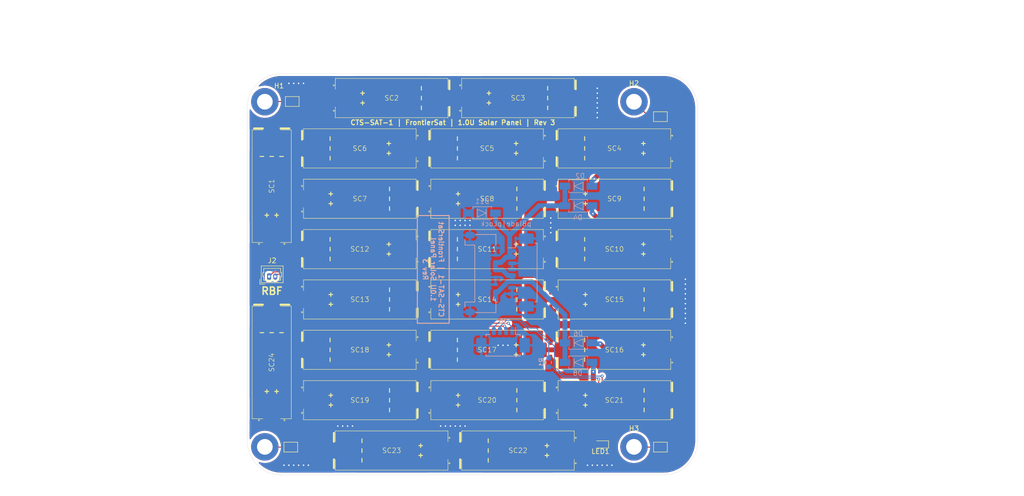
<source format=kicad_pcb>
(kicad_pcb (version 20241229) (generator "pcbnew") (generator_version "9.0")
  (title_block (title "1.0U Solar Panel") (date "2025-05-09") (rev "3") (company "CalgaryToSpace"))
  (layers (0 "F.Cu" signal) (2 "B.Cu" signal) (13 "F.Paste" user) (15 "B.Paste" user) (5 "F.SilkS" user "F.Silkscreen") (7 "B.SilkS" user "B.Silkscreen") (1 "F.Mask" user) (3 "B.Mask" user) (25 "Edge.Cuts" user))
  (net 0 "")
  (net 1 "+VDC")
  (net 2 "GND")
  (net 3 "Net-(SC1-+)")
  (net 4 "Net-(SC1--)")
  (net 5 "Net-(SC4-+)")
  (net 6 "Net-(SC2--)")
  (net 7 "Net-(SC4--)")
  (net 8 "Net-(SC10-+)")
  (net 9 "Net-(SC5--)")
  (net 10 "Net-(SC13-+)")
  (net 11 "Net-(SC16-+)")
  (net 12 "Net-(SC8--)")
  (net 13 "Net-(SC19-+)")
  (net 14 "Net-(SC7--)")
  (net 15 "Net-(SC22-+)")
  (net 16 "Net-(SC10--)")
  (net 17 "Net-(SC11--)")
  (net 18 "Net-(J6-Pin_4)")
  (net 19 "Net-(SC13--)")
  (net 20 "Net-(SC14--)")
  (net 21 "Net-(SC16--)")
  (net 22 "Net-(SC17--)")
  (net 23 "Net-(SC19--)")
  (net 24 "Net-(SC20--)")
  (net 25 "Net-(SC22--)")
  (net 26 "Net-(SC23--)")
  (net 27 "Net-(JP3-A)")
  (net 28 "Net-(JP4-A)")
  (net 29 "Net-(LED1-A)")
  (net 30 "Net-(J2-Pin_2)")
  (net 31 "Net-(J2-Pin_1)")
  (net 32 "Net-(J6-Pin_3)")
  (net 33 "Net-(JP1-A)")
  (net 34 "Net-(JP2-A)")
  (net 35 "Net-(SC12--)")
  (footprint "Solar Panel Library:KXOB25-05X3F" (layer "F.Cu") (at 131.5 121.142857)
    (property "Reference" "SC14" (at 0 0 0) (layer "F.SilkS") (effects (font (thickness 0.1))))
    (property "Value" "KXOB25-05X3F")
    (fp_text user "+ +" (at -6 0 90) (layer "F.SilkS") (effects (font (thickness 0.2) (bold yes))))
    (fp_text user "- - -" (at 6 0 90) (layer "F.SilkS") (effects (font (thickness 0.2) (bold yes))))
    (pad "1" smd roundrect (at -11 0) (size 2.4 3) (layers "F.Cu" "F.Mask" "F.Paste") (roundrect_rratio 0.15) (net 19 "Net-(SC13--)"))
    (pad "1" smd rect (at -9.5 0) (size 3.8 7.8) (layers "F.Cu" "F.Mask" "F.Paste") (net 19 "Net-(SC13--)"))
    (pad "2" smd rect (at 9.5 0) (size 3.8 7.8) (layers "F.Cu" "F.Mask" "F.Paste") (net 20 "Net-(SC14--)"))
    (pad "2" smd roundrect (at 11 0) (size 2.4 3) (layers "F.Cu" "F.Mask" "F.Paste") (roundrect_rratio 0.15) (net 20 "Net-(SC14--)"))
  )
  (footprint "Solar Panel Library:KXOB25-05X3F" (layer "F.Cu") (at 105.5 100.571429)
    (property "Reference" "SC7" (at 0 0 0) (layer "F.SilkS") (effects (font (thickness 0.1))))
    (property "Value" "KXOB25-05X3F")
    (fp_text user "- - -" (at 6 0 90) (layer "F.SilkS") (effects (font (thickness 0.2) (bold yes))))
    (fp_text user "+ +" (at -6 0 90) (layer "F.SilkS") (effects (font (thickness 0.2) (bold yes))))
    (pad "1" smd roundrect (at -11 0) (size 2.4 3) (layers "F.Cu" "F.Mask" "F.Paste") (roundrect_rratio 0.15) (net 35 "Net-(SC12--)"))
    (pad "1" smd rect (at -9.5 0) (size 3.8 7.8) (layers "F.Cu" "F.Mask" "F.Paste") (net 35 "Net-(SC12--)"))
    (pad "2" smd rect (at 9.5 0) (size 3.8 7.8) (layers "F.Cu" "F.Mask" "F.Paste") (net 14 "Net-(SC7--)"))
    (pad "2" smd roundrect (at 11 0) (size 2.4 3) (layers "F.Cu" "F.Mask" "F.Paste") (roundrect_rratio 0.15) (net 14 "Net-(SC7--)"))
  )
  (footprint "Solar Panel Library:KXOB25-05X3F" (layer "F.Cu") (at 131.5 100.571429)
    (property "Reference" "SC8" (at 0 0 0) (layer "F.SilkS") (effects (font (thickness 0.1))))
    (property "Value" "KXOB25-05X3F")
    (fp_text user "- - -" (at 6 0 90) (layer "F.SilkS") (effects (font (thickness 0.2) (bold yes))))
    (fp_text user "+ +" (at -6 0 90) (layer "F.SilkS") (effects (font (thickness 0.2) (bold yes))))
    (pad "1" smd roundrect (at -11 0) (size 2.4 3) (layers "F.Cu" "F.Mask" "F.Paste") (roundrect_rratio 0.15) (net 14 "Net-(SC7--)"))
    (pad "1" smd rect (at -9.5 0) (size 3.8 7.8) (layers "F.Cu" "F.Mask" "F.Paste") (net 14 "Net-(SC7--)"))
    (pad "2" smd rect (at 9.5 0) (size 3.8 7.8) (layers "F.Cu" "F.Mask" "F.Paste") (net 12 "Net-(SC8--)"))
    (pad "2" smd roundrect (at 11 0) (size 2.4 3) (layers "F.Cu" "F.Mask" "F.Paste") (roundrect_rratio 0.15) (net 12 "Net-(SC8--)"))
  )
  (footprint "Solar Panel Library:KXOB25-05X3F" (layer "F.Cu") (at 112 80)
    (property "Reference" "SC2" (at 0 0 0) (layer "F.SilkS") (effects (font (thickness 0.1))))
    (property "Value" "KXOB25-05X3F")
    (fp_text user "- - -" (at 6 0 90) (layer "F.SilkS") (effects (font (thickness 0.2) (bold yes))))
    (fp_text user "+ +" (at -6 0 90) (layer "F.SilkS") (effects (font (thickness 0.2) (bold yes))))
    (pad "1" smd roundrect (at -11 0) (size 2.4 3) (layers "F.Cu" "F.Mask" "F.Paste") (roundrect_rratio 0.15) (net 4 "Net-(SC1--)"))
    (pad "1" smd rect (at -9.5 0) (size 3.8 7.8) (layers "F.Cu" "F.Mask" "F.Paste") (net 4 "Net-(SC1--)"))
    (pad "2" smd rect (at 9.5 0) (size 3.8 7.8) (layers "F.Cu" "F.Mask" "F.Paste") (net 6 "Net-(SC2--)"))
    (pad "2" smd roundrect (at 11 0) (size 2.4 3) (layers "F.Cu" "F.Mask" "F.Paste") (roundrect_rratio 0.15) (net 6 "Net-(SC2--)"))
  )
  (footprint "Solar Panel Library:KXOB25-05X3F" (layer "F.Cu") (at 157.5 110.857143 180)
    (property "Reference" "SC10" (at 0 0 180) (layer "F.SilkS") (effects (font (thickness 0.1))))
    (property "Value" "KXOB25-05X3F")
    (fp_text user "- - -" (at 6 0 270) (layer "F.SilkS") (effects (font (thickness 0.2) (bold yes))))
    (fp_text user "+ +" (at -6 0 270) (layer "F.SilkS") (effects (font (thickness 0.2) (bold yes))))
    (pad "1" smd roundrect (at -11 0 180) (size 2.4 3) (layers "F.Cu" "F.Mask" "F.Paste") (roundrect_rratio 0.15) (net 8 "Net-(SC10-+)"))
    (pad "1" smd rect (at -9.5 0 180) (size 3.8 7.8) (layers "F.Cu" "F.Mask" "F.Paste") (net 8 "Net-(SC10-+)"))
    (pad "2" smd rect (at 9.5 0 180) (size 3.8 7.8) (layers "F.Cu" "F.Mask" "F.Paste") (net 16 "Net-(SC10--)"))
    (pad "2" smd roundrect (at 11 0 180) (size 2.4 3) (layers "F.Cu" "F.Mask" "F.Paste") (roundrect_rratio 0.15) (net 16 "Net-(SC10--)"))
  )
  (footprint "Jumper:SolderJumper-2_P1.3mm_Open_Pad1.0x1.5mm" (layer "F.Cu") (at 166.9 83.8)
    (property "Reference" "JP2" (hide yes))
    (property "Value" "Jumper_2_Open" (hide yes))
    (pad "1" smd rect (at -0.65 0) (size 1 1.5) (layers "F.Cu" "F.Mask") (net 34 "Net-(JP2-A)"))
    (pad "2" smd rect (at 0.65 0) (size 1 1.5) (layers "F.Cu" "F.Mask") (net 2 "GND"))
  )
  (footprint "Solar Panel Library:KXOB25-05X3F" (layer "F.Cu") (at 131.5 141.714286)
    (property "Reference" "SC20" (at 0 0 0) (layer "F.SilkS") (effects (font (thickness 0.1))))
    (property "Value" "KXOB25-05X3F")
    (fp_text user "- - -" (at 6 0 90) (layer "F.SilkS") (effects (font (thickness 0.2) (bold yes))))
    (fp_text user "+ +" (at -6 0 90) (layer "F.SilkS") (effects (font (thickness 0.2) (bold yes))))
    (pad "1" smd roundrect (at -11 0) (size 2.4 3) (layers "F.Cu" "F.Mask" "F.Paste") (roundrect_rratio 0.15) (net 23 "Net-(SC19--)"))
    (pad "1" smd rect (at -9.5 0) (size 3.8 7.8) (layers "F.Cu" "F.Mask" "F.Paste") (net 23 "Net-(SC19--)"))
    (pad "2" smd rect (at 9.5 0) (size 3.8 7.8) (layers "F.Cu" "F.Mask" "F.Paste") (net 24 "Net-(SC20--)"))
    (pad "2" smd roundrect (at 11 0) (size 2.4 3) (layers "F.Cu" "F.Mask" "F.Paste") (roundrect_rratio 0.15) (net 24 "Net-(SC20--)"))
  )
  (footprint "Jumper:SolderJumper-2_P1.3mm_Open_Pad1.0x1.5mm" (layer "F.Cu") (at 166.9 151.3)
    (property "Reference" "JP3" (hide yes))
    (property "Value" "Jumper_2_Open" (hide yes))
    (pad "1" smd rect (at -0.65 0) (size 1 1.5) (layers "F.Cu" "F.Mask") (net 27 "Net-(JP3-A)"))
    (pad "2" smd rect (at 0.65 0) (size 1 1.5) (layers "F.Cu" "F.Mask") (net 2 "GND"))
  )
  (footprint "Solar Panel Library:KXOB25-05X3F" (layer "F.Cu") (at 105.5 131.428571 180)
    (property "Reference" "SC18" (at 0 0 180) (layer "F.SilkS") (effects (font (thickness 0.1))))
    (property "Value" "KXOB25-05X3F")
    (fp_text user "+ +" (at -6 0 270) (layer "F.SilkS") (effects (font (thickness 0.2) (bold yes))))
    (fp_text user "- - -" (at 6 0 270) (layer "F.SilkS") (effects (font (thickness 0.2) (bold yes))))
    (pad "1" smd roundrect (at -11 0 180) (size 2.4 3) (layers "F.Cu" "F.Mask" "F.Paste") (roundrect_rratio 0.15) (net 22 "Net-(SC17--)"))
    (pad "1" smd rect (at -9.5 0 180) (size 3.8 7.8) (layers "F.Cu" "F.Mask" "F.Paste") (net 22 "Net-(SC17--)"))
    (pad "2" smd rect (at 9.5 0 180) (size 3.8 7.8) (layers "F.Cu" "F.Mask" "F.Paste") (net 10 "Net-(SC13-+)"))
    (pad "2" smd roundrect (at 11 0 180) (size 2.4 3) (layers "F.Cu" "F.Mask" "F.Paste") (roundrect_rratio 0.15) (net 10 "Net-(SC13-+)"))
  )
  (footprint "Solar Panel Library:KXOB25-05X3F" (layer "F.Cu") (at 131.5 110.857143 180)
    (property "Reference" "SC11" (at 0 0 180) (layer "F.SilkS") (effects (font (thickness 0.1))))
    (property "Value" "KXOB25-05X3F")
    (fp_text user "+ +" (at -6 0 270) (layer "F.SilkS") (effects (font (thickness 0.2) (bold yes))))
    (fp_text user "- - -" (at 6 0 270) (layer "F.SilkS") (effects (font (thickness 0.2) (bold yes))))
    (pad "1" smd roundrect (at -11 0 180) (size 2.4 3) (layers "F.Cu" "F.Mask" "F.Paste") (roundrect_rratio 0.15) (net 16 "Net-(SC10--)"))
    (pad "1" smd rect (at -9.5 0 180) (size 3.8 7.8) (layers "F.Cu" "F.Mask" "F.Paste") (net 16 "Net-(SC10--)"))
    (pad "2" smd rect (at 9.5 0 180) (size 3.8 7.8) (layers "F.Cu" "F.Mask" "F.Paste") (net 17 "Net-(SC11--)"))
    (pad "2" smd roundrect (at 11 0 180) (size 2.4 3) (layers "F.Cu" "F.Mask" "F.Paste") (roundrect_rratio 0.15) (net 17 "Net-(SC11--)"))
  )
  (footprint "Jumper:SolderJumper-2_P1.3mm_Open_Pad1.0x1.5mm" (layer "F.Cu") (at 91.7 80.7)
    (property "Reference" "JP1" (hide yes))
    (property "Value" "Jumper_2_Open" (hide yes))
    (pad "1" smd rect (at -0.65 0) (size 1 1.5) (layers "F.Cu" "F.Mask") (net 33 "Net-(JP1-A)"))
    (pad "2" smd rect (at 0.65 0) (size 1 1.5) (layers "F.Cu" "F.Mask") (net 2 "GND"))
  )
  (footprint "LED_SMD:LED_0603_1608Metric_Pad1.05x0.95mm_HandSolder" (layer "F.Cu") (at 154.6575 150.75 180)
    (property "Reference" "LED1" (at 0 -1.43 0) (layer "F.SilkS"))
    (property "Value" "LED")
    (pad "1" smd roundrect (at -0.875 0 180) (size 1.05 0.95) (layers "F.Cu" "F.Mask" "F.Paste") (net 18 "Net-(J6-Pin_4)"))
    (pad "2" smd roundrect (at 0.875 0 180) (size 1.05 0.95) (layers "F.Cu" "F.Mask" "F.Paste") (net 29 "Net-(LED1-A)"))
  )
  (footprint "Jumper:SolderJumper-2_P1.3mm_Open_Pad1.0x1.5mm" (layer "F.Cu") (at 91.4 151.3)
    (property "Reference" "JP4" (hide yes))
    (property "Value" "Jumper_2_Open" (hide yes))
    (pad "1" smd rect (at -0.65 0) (size 1 1.5) (layers "F.Cu" "F.Mask") (net 28 "Net-(JP4-A)"))
    (pad "2" smd rect (at 0.65 0) (size 1 1.5) (layers "F.Cu" "F.Mask") (net 2 "GND"))
  )
  (footprint "Solar Panel Library:KXOB25-05X3F" (layer "F.Cu") (at 105.5 110.857143 180)
    (property "Reference" "SC12" (at 0 0 180) (layer "F.SilkS") (effects (font (thickness 0.1))))
    (property "Value" "KXOB25-05X3F")
    (fp_text user "+ +" (at -6 0 270) (layer "F.SilkS") (effects (font (thickness 0.2) (bold yes))))
    (fp_text user "- - -" (at 6 0 270) (layer "F.SilkS") (effects (font (thickness 0.2) (bold yes))))
    (pad "1" smd roundrect (at -11 0 180) (size 2.4 3) (layers "F.Cu" "F.Mask" "F.Paste") (roundrect_rratio 0.15) (net 17 "Net-(SC11--)"))
    (pad "1" smd rect (at -9.5 0 180) (size 3.8 7.8) (layers "F.Cu" "F.Mask" "F.Paste") (net 17 "Net-(SC11--)"))
    (pad "2" smd rect (at 9.5 0 180) (size 3.8 7.8) (layers "F.Cu" "F.Mask" "F.Paste") (net 35 "Net-(SC12--)"))
    (pad "2" smd roundrect (at 11 0 180) (size 2.4 3) (layers "F.Cu" "F.Mask" "F.Paste") (roundrect_rratio 0.15) (net 35 "Net-(SC12--)"))
  )
  (footprint "Solar Panel Library:KXOB25-05X3F" (layer "F.Cu") (at 131.5 90.285714 180)
    (property "Reference" "SC5" (at 0 0 180) (layer "F.SilkS") (effects (font (thickness 0.1))))
    (property "Value" "KXOB25-05X3F")
    (fp_text user "+ +" (at -6 0 270) (layer "F.SilkS") (effects (font (thickness 0.2) (bold yes))))
    (fp_text user "- - -" (at 6 0 270) (layer "F.SilkS") (effects (font (thickness 0.2) (bold yes))))
    (pad "1" smd roundrect (at -11 0 180) (size 2.4 3) (layers "F.Cu" "F.Mask" "F.Paste") (roundrect_rratio 0.15) (net 7 "Net-(SC4--)"))
    (pad "1" smd rect (at -9.5 0 180) (size 3.8 7.8) (layers "F.Cu" "F.Mask" "F.Paste") (net 7 "Net-(SC4--)"))
    (pad "2" smd rect (at 9.5 0 180) (size 3.8 7.8) (layers "F.Cu" "F.Mask" "F.Paste") (net 9 "Net-(SC5--)"))
    (pad "2" smd roundrect (at 11 0 180) (size 2.4 3) (layers "F.Cu" "F.Mask" "F.Paste") (roundrect_rratio 0.15) (net 9 "Net-(SC5--)"))
  )
  (footprint "Solar Panel Library:KXOB25-05X3F" (layer "F.Cu") (at 87.5 98 90)
    (property "Reference" "SC1" (at 0 0 90) (layer "F.SilkS") (effects (font (thickness 0.1))))
    (property "Value" "KXOB25-05X3F")
    (fp_text user "+ +" (at -6 0 180) (layer "F.SilkS") (effects (font (thickness 0.2) (bold yes))))
    (fp_text user "- - -" (at 6 0 180) (layer "F.SilkS") (effects (font (thickness 0.2) (bold yes))))
    (pad "1" smd roundrect (at -11 0 90) (size 2.4 3) (layers "F.Cu" "F.Mask" "F.Paste") (roundrect_rratio 0.15) (net 3 "Net-(SC1-+)"))
    (pad "1" smd rect (at -9.5 0 90) (size 3.8 7.8) (layers "F.Cu" "F.Mask" "F.Paste") (net 3 "Net-(SC1-+)"))
    (pad "2" smd rect (at 9.5 0 90) (size 3.8 7.8) (layers "F.Cu" "F.Mask" "F.Paste") (net 4 "Net-(SC1--)"))
    (pad "2" smd roundrect (at 11 0 90) (size 2.4 3) (layers "F.Cu" "F.Mask" "F.Paste") (roundrect_rratio 0.15) (net 4 "Net-(SC1--)"))
  )
  (footprint "MountingHole:MountingHole_3.2mm_M3_DIN965_Pad" (layer "F.Cu") (at 86.1 151.25)
    (property "Reference" "H4" (hide yes))
    (property "Value" "MountingHole_Pad" (hide yes))
    (pad "1" thru_hole circle (at 0 0) (size 5.6 5.6) (drill 3.2) (layers "*.Cu" "*.Mask") (net 28 "Net-(JP4-A)"))
  )
  (footprint "Solar Panel Library:KXOB25-05X3F" (layer "F.Cu") (at 157.5 121.142857)
    (property "Reference" "SC15" (at 0 0 0) (layer "F.SilkS") (effects (font (thickness 0.1))))
    (property "Value" "KXOB25-05X3F")
    (fp_text user "+ +" (at -6 0 90) (layer "F.SilkS") (effects (font (thickness 0.2) (bold yes))))
    (fp_text user "- - -" (at 6 0 90) (layer "F.SilkS") (effects (font (thickness 0.2) (bold yes))))
    (pad "1" smd roundrect (at -11 0) (size 2.4 3) (layers "F.Cu" "F.Mask" "F.Paste") (roundrect_rratio 0.15) (net 20 "Net-(SC14--)"))
    (pad "1" smd rect (at -9.5 0) (size 3.8 7.8) (layers "F.Cu" "F.Mask" "F.Paste") (net 20 "Net-(SC14--)"))
    (pad "2" smd rect (at 9.5 0) (size 3.8 7.8) (layers "F.Cu" "F.Mask" "F.Paste") (net 2 "GND"))
    (pad "2" smd roundrect (at 11 0) (size 2.4 3) (layers "F.Cu" "F.Mask" "F.Paste") (roundrect_rratio 0.15) (net 2 "GND"))
  )
  (footprint "Solar Panel Library:KXOB25-05X3F" (layer "F.Cu") (at 137.8 80)
    (property "Reference" "SC3" (at 0 0 0) (layer "F.SilkS") (effects (font (thickness 0.1))))
    (property "Value" "KXOB25-05X3F")
    (fp_text user "- - -" (at 6 0 90) (layer "F.SilkS") (effects (font (thickness 0.2) (bold yes))))
    (fp_text user "+ +" (at -6 0 90) (layer "F.SilkS") (effects (font (thickness 0.2) (bold yes))))
    (pad "1" smd roundrect (at -11 0) (size 2.4 3) (layers "F.Cu" "F.Mask" "F.Paste") (roundrect_rratio 0.15) (net 6 "Net-(SC2--)"))
    (pad "1" smd rect (at -9.5 0) (size 3.8 7.8) (layers "F.Cu" "F.Mask" "F.Paste") (net 6 "Net-(SC2--)"))
    (pad "2" smd rect (at 9.5 0) (size 3.8 7.8) (layers "F.Cu" "F.Mask" "F.Paste") (net 2 "GND"))
    (pad "2" smd roundrect (at 11 0) (size 2.4 3) (layers "F.Cu" "F.Mask" "F.Paste") (roundrect_rratio 0.15) (net 2 "GND"))
  )
  (footprint "Solar Panel Library:KXOB25-05X3F" (layer "F.Cu") (at 137.8 152 180)
    (property "Reference" "SC22" (at 0 0 180) (layer "F.SilkS") (effects (font (thickness 0.1))))
    (property "Value" "KXOB25-05X3F")
    (fp_text user "- - -" (at 6 0 270) (layer "F.SilkS") (effects (font (thickness 0.2) (bold yes))))
    (fp_text user "+ +" (at -6 0 270) (layer "F.SilkS") (effects (font (thickness 0.2) (bold yes))))
    (pad "1" smd roundrect (at -11 0 180) (size 2.4 3) (layers "F.Cu" "F.Mask" "F.Paste") (roundrect_rratio 0.15) (net 15 "Net-(SC22-+)"))
    (pad "1" smd rect (at -9.5 0 180) (size 3.8 7.8) (layers "F.Cu" "F.Mask" "F.Paste") (net 15 "Net-(SC22-+)"))
    (pad "2" smd rect (at 9.5 0 180) (size 3.8 7.8) (layers "F.Cu" "F.Mask" "F.Paste") (net 25 "Net-(SC22--)"))
    (pad "2" smd roundrect (at 11 0 180) (size 2.4 3) (layers "F.Cu" "F.Mask" "F.Paste") (roundrect_rratio 0.15) (net 25 "Net-(SC22--)"))
  )
  (footprint "Solar Panel Library:KXOB25-05X3F" (layer "F.Cu") (at 157.5 131.428571 180)
    (property "Reference" "SC16" (at 0 0 180) (layer "F.SilkS") (effects (font (thickness 0.1))))
    (property "Value" "KXOB25-05X3F")
    (fp_text user "- - -" (at 6 0 270) (layer "F.SilkS") (effects (font (thickness 0.2) (bold yes))))
    (fp_text user "+ +" (at -6 0 270) (layer "F.SilkS") (effects (font (thickness 0.2) (bold yes))))
    (pad "1" smd roundrect (at -11 0 180) (size 2.4 3) (layers "F.Cu" "F.Mask" "F.Paste") (roundrect_rratio 0.15) (net 11 "Net-(SC16-+)"))
    (pad "1" smd rect (at -9.5 0 180) (size 3.8 7.8) (layers "F.Cu" "F.Mask" "F.Paste") (net 11 "Net-(SC16-+)"))
    (pad "2" smd rect (at 9.5 0 180) (size 3.8 7.8) (layers "F.Cu" "F.Mask" "F.Paste") (net 21 "Net-(SC16--)"))
    (pad "2" smd roundrect (at 11 0 180) (size 2.4 3) (layers "F.Cu" "F.Mask" "F.Paste") (roundrect_rratio 0.15) (net 21 "Net-(SC16--)"))
  )
  (footprint "Solar Panel Library:KXOB25-05X3F" (layer "F.Cu") (at 105.5 121.142857)
    (property "Reference" "SC13" (at 0 0 0) (layer "F.SilkS") (effects (font (thickness 0.1))))
    (property "Value" "KXOB25-05X3F")
    (fp_text user "- - -" (at 6 0 90) (layer "F.SilkS") (effects (font (thickness 0.2) (bold yes))))
    (fp_text user "+ +" (at -6 0 90) (layer "F.SilkS") (effects (font (thickness 0.2) (bold yes))))
    (pad "1" smd roundrect (at -11 0) (size 2.4 3) (layers "F.Cu" "F.Mask" "F.Paste") (roundrect_rratio 0.15) (net 10 "Net-(SC13-+)"))
    (pad "1" smd rect (at -9.5 0) (size 3.8 7.8) (layers "F.Cu" "F.Mask" "F.Paste") (net 10 "Net-(SC13-+)"))
    (pad "2" smd rect (at 9.5 0) (size 3.8 7.8) (layers "F.Cu" "F.Mask" "F.Paste") (net 19 "Net-(SC13--)"))
    (pad "2" smd roundrect (at 11 0) (size 2.4 3) (layers "F.Cu" "F.Mask" "F.Paste") (roundrect_rratio 0.15) (net 19 "Net-(SC13--)"))
  )
  (footprint "MountingHole:MountingHole_3.2mm_M3_DIN965_Pad" (layer "F.Cu") (at 161.5 151.25)
    (property "Reference" "H3" (at 0 -3.75 0) (layer "F.SilkS"))
    (property "Value" "MountingHole_Pad")
    (pad "1" thru_hole circle (at 0 0) (size 5.6 5.6) (drill 3.2) (layers "*.Cu" "*.Mask") (net 27 "Net-(JP3-A)"))
  )
  (footprint "Solar Panel Library:KXOB25-05X3F" (layer "F.Cu") (at 157.5 100.571429)
    (property "Reference" "SC9" (at 0 0 0) (layer "F.SilkS") (effects (font (thickness 0.1))))
    (property "Value" "KXOB25-05X3F")
    (fp_text user "- - -" (at 6 0 90) (layer "F.SilkS") (effects (font (thickness 0.2) (bold yes))))
    (fp_text user "+ +" (at -6 0 90) (layer "F.SilkS") (effects (font (thickness 0.2) (bold yes))))
    (pad "1" smd roundrect (at -11 0) (size 2.4 3) (layers "F.Cu" "F.Mask" "F.Paste") (roundrect_rratio 0.15) (net 12 "Net-(SC8--)"))
    (pad "1" smd rect (at -9.5 0) (size 3.8 7.8) (layers "F.Cu" "F.Mask" "F.Paste") (net 12 "Net-(SC8--)"))
    (pad "2" smd rect (at 9.5 0) (size 3.8 7.8) (layers "F.Cu" "F.Mask" "F.Paste") (net 2 "GND"))
    (pad "2" smd roundrect (at 11 0) (size 2.4 3) (layers "F.Cu" "F.Mask" "F.Paste") (roundrect_rratio 0.15) (net 2 "GND"))
  )
  (footprint "Solar Panel Library:KXOB25-05X3F" (layer "F.Cu") (at 87.5 134 90)
    (property "Reference" "SC24" (at 0 0 90) (layer "F.SilkS") (effects (font (thickness 0.1))))
    (property "Value" "KXOB25-05X3F")
    (fp_text user "+ +" (at -6 0 180) (layer "F.SilkS") (effects (font (thickness 0.2) (bold yes))))
    (fp_text user "- - -" (at 6 0 180) (layer "F.SilkS") (effects (font (thickness 0.2) (bold yes))))
    (pad "1" smd roundrect (at -11 0 90) (size 2.4 3) (layers "F.Cu" "F.Mask" "F.Paste") (roundrect_rratio 0.15) (net 26 "Net-(SC23--)"))
    (pad "1" smd rect (at -9.5 0 90) (size 3.8 7.8) (layers "F.Cu" "F.Mask" "F.Paste") (net 26 "Net-(SC23--)"))
    (pad "2" smd rect (at 9.5 0 90) (size 3.8 7.8) (layers "F.Cu" "F.Mask" "F.Paste") (net 13 "Net-(SC19-+)"))
    (pad "2" smd roundrect (at 11 0 90) (size 2.4 3) (layers "F.Cu" "F.Mask" "F.Paste") (roundrect_rratio 0.15) (net 13 "Net-(SC19-+)"))
  )
  (footprint "Connector_Molex:Molex_PicoBlade_53047-0210_1x02_P1.25mm_Vertical" (layer "F.Cu") (at 86.975 116.455)
    (property "Reference" "J2" (at 0.62 -3.26 0) (layer "F.SilkS"))
    (property "Value" "PicoBlade_Vertical")
    (pad "1" thru_hole roundrect (at 0 0) (size 0.8 1.3) (drill 0.5) (layers "*.Cu" "*.Mask") (net 31 "Net-(J2-Pin_1)"))
    (pad "2" thru_hole oval (at 1.25 0) (size 0.8 1.3) (drill 0.5) (layers "*.Cu" "*.Mask") (net 30 "Net-(J2-Pin_2)"))
  )
  (footprint "Solar Panel Library:KXOB25-05X3F" (layer "F.Cu") (at 105.5 90.285714 180)
    (property "Reference" "SC6" (at 0 0 180) (layer "F.SilkS") (effects (font (thickness 0.1))))
    (property "Value" "KXOB25-05X3F")
    (fp_text user "- - -" (at 6 0 270) (layer "F.SilkS") (effects (font (thickness 0.2) (bold yes))))
    (fp_text user "+ +" (at -6 0 270) (layer "F.SilkS") (effects (font (thickness 0.2) (bold yes))))
    (pad "1" smd roundrect (at -11 0 180) (size 2.4 3) (layers "F.Cu" "F.Mask" "F.Paste") (roundrect_rratio 0.15) (net 9 "Net-(SC5--)"))
    (pad "1" smd rect (at -9.5 0 180) (size 3.8 7.8) (layers "F.Cu" "F.Mask" "F.Paste") (net 9 "Net-(SC5--)"))
    (pad "2" smd rect (at 9.5 0 180) (size 3.8 7.8) (layers "F.Cu" "F.Mask" "F.Paste") (net 3 "Net-(SC1-+)"))
    (pad "2" smd roundrect (at 11 0 180) (size 2.4 3) (layers "F.Cu" "F.Mask" "F.Paste") (roundrect_rratio 0.15) (net 3 "Net-(SC1-+)"))
  )
  (footprint "Solar Panel Library:KXOB25-05X3F" (layer "F.Cu") (at 105.5 141.714286)
    (property "Reference" "SC19" (at 0 0 0) (layer "F.SilkS") (effects (font (thickness 0.1))))
    (property "Value" "KXOB25-05X3F")
    (fp_text user "+ +" (at -6 0 90) (layer "F.SilkS") (effects (font (thickness 0.2) (bold yes))))
    (fp_text user "- - -" (at 6 0 90) (layer "F.SilkS") (effects (font (thickness 0.2) (bold yes))))
    (pad "1" smd roundrect (at -11 0) (size 2.4 3) (layers "F.Cu" "F.Mask" "F.Paste") (roundrect_rratio 0.15) (net 13 "Net-(SC19-+)"))
    (pad "1" smd rect (at -9.5 0) (size 3.8 7.8) (layers "F.Cu" "F.Mask" "F.Paste") (net 13 "Net-(SC19-+)"))
    (pad "2" smd rect (at 9.5 0) (size 3.8 7.8) (layers "F.Cu" "F.Mask" "F.Paste") (net 23 "Net-(SC19--)"))
    (pad "2" smd roundrect (at 11 0) (size 2.4 3) (layers "F.Cu" "F.Mask" "F.Paste") (roundrect_rratio 0.15) (net 23 "Net-(SC19--)"))
  )
  (footprint "Solar Panel Library:KXOB25-05X3F" (layer "F.Cu") (at 157.5 90.285714 180)
    (property "Reference" "SC4" (at 0 0 180) (layer "F.SilkS") (effects (font (thickness 0.1))))
    (property "Value" "KXOB25-05X3F")
    (fp_text user "- - -" (at 6 0 270) (layer "F.SilkS") (effects (font (thickness 0.2) (bold yes))))
    (fp_text user "+ +" (at -6 0 270) (layer "F.SilkS") (effects (font (thickness 0.2) (bold yes))))
    (pad "1" smd roundrect (at -11 0 180) (size 2.4 3) (layers "F.Cu" "F.Mask" "F.Paste") (roundrect_rratio 0.15) (net 5 "Net-(SC4-+)"))
    (pad "1" smd rect (at -9.5 0 180) (size 3.8 7.8) (layers "F.Cu" "F.Mask" "F.Paste") (net 5 "Net-(SC4-+)"))
    (pad "2" smd rect (at 9.5 0 180) (size 3.8 7.8) (layers "F.Cu" "F.Mask" "F.Paste") (net 7 "Net-(SC4--)"))
    (pad "2" smd roundrect (at 11 0 180) (size 2.4 3) (layers "F.Cu" "F.Mask" "F.Paste") (roundrect_rratio 0.15) (net 7 "Net-(SC4--)"))
  )
  (footprint "MountingHole:MountingHole_3.2mm_M3_DIN965_Pad" (layer "F.Cu") (at 161.5 80.75)
    (property "Reference" "H2" (at 0 -3.75 0) (layer "F.SilkS"))
    (property "Value" "MountingHole_Pad")
    (pad "1" thru_hole circle (at 0 0) (size 5.6 5.6) (drill 3.2) (layers "*.Cu" "*.Mask") (net 34 "Net-(JP2-A)"))
  )
  (footprint "Solar Panel Library:KXOB25-05X3F" (layer "F.Cu") (at 157.5 141.714286)
    (property "Reference" "SC21" (at 0 0 0) (layer "F.SilkS") (effects (font (thickness 0.1))))
    (property "Value" "KXOB25-05X3F")
    (fp_text user "+ +" (at -6 0 90) (layer "F.SilkS") (effects (font (thickness 0.2) (bold yes))))
    (fp_text user "- - -" (at 6 0 90) (layer "F.SilkS") (effects (font (thickness 0.2) (bold yes))))
    (pad "1" smd roundrect (at -11 0) (size 2.4 3) (layers "F.Cu" "F.Mask" "F.Paste") (roundrect_rratio 0.15) (net 24 "Net-(SC20--)"))
    (pad "1" smd rect (at -9.5 0) (size 3.8 7.8) (layers "F.Cu" "F.Mask" "F.Paste") (net 24 "Net-(SC20--)"))
    (pad "2" smd rect (at 9.5 0) (size 3.8 7.8) (layers "F.Cu" "F.Mask" "F.Paste") (net 2 "GND"))
    (pad "2" smd roundrect (at 11 0) (size 2.4 3) (layers "F.Cu" "F.Mask" "F.Paste") (roundrect_rratio 0.15) (net 2 "GND"))
  )
  (footprint "Solar Panel Library:KXOB25-05X3F" (layer "F.Cu") (at 112 152 180)
    (property "Reference" "SC23" (at 0 0 180) (layer "F.SilkS") (effects (font (thickness 0.1))))
    (property "Value" "KXOB25-05X3F")
    (fp_text user "- - -" (at 6 0 270) (layer "F.SilkS") (effects (font (thickness 0.2) (bold yes))))
    (fp_text user "+ +" (at -6 0 270) (layer "F.SilkS") (effects (font (thickness 0.2) (bold yes))))
    (pad "1" smd roundrect (at -11 0 180) (size 2.4 3) (layers "F.Cu" "F.Mask" "F.Paste") (roundrect_rratio 0.15) (net 25 "Net-(SC22--)"))
    (pad "1" smd rect (at -9.5 0 180) (size 3.8 7.8) (layers "F.Cu" "F.Mask" "F.Paste") (net 25 "Net-(SC22--)"))
    (pad "2" smd rect (at 9.5 0 180) (size 3.8 7.8) (layers "F.Cu" "F.Mask" "F.Paste") (net 26 "Net-(SC23--)"))
    (pad "2" smd roundrect (at 11 0 180) (size 2.4 3) (layers "F.Cu" "F.Mask" "F.Paste") (roundrect_rratio 0.15) (net 26 "Net-(SC23--)"))
  )
  (footprint "Solar Panel Library:KXOB25-05X3F" (layer "F.Cu") (at 131.5 131.428571 180)
    (property "Reference" "SC17" (at 0 0 180) (layer "F.SilkS") (effects (font (thickness 0.1))))
    (property "Value" "KXOB25-05X3F")
    (fp_text user "+ +" (at -6 0 270) (layer "F.SilkS") (effects (font (thickness 0.2) (bold yes))))
    (fp_text user "- - -" (at 6 0 270) (layer "F.SilkS") (effects (font (thickness 0.2) (bold yes))))
    (pad "1" smd roundrect (at -11 0 180) (size 2.4 3) (layers "F.Cu" "F.Mask" "F.Paste") (roundrect_rratio 0.15) (net 21 "Net-(SC16--)"))
    (pad "1" smd rect (at -9.5 0 180) (size 3.8 7.8) (layers "F.Cu" "F.Mask" "F.Paste") (net 21 "Net-(SC16--)"))
    (pad "2" smd rect (at 9.5 0 180) (size 3.8 7.8) (layers "F.Cu" "F.Mask" "F.Paste") (net 22 "Net-(SC17--)"))
    (pad "2" smd roundrect (at 11 0 180) (size 2.4 3) (layers "F.Cu" "F.Mask" "F.Paste") (roundrect_rratio 0.15) (net 22 "Net-(SC17--)"))
  )
  (footprint "MountingHole:MountingHole_3.2mm_M3_DIN965_Pad" (layer "F.Cu") (at 86.1 80.75)
    (property "Reference" "H1" (at 2.9 -3.25 0) (layer "F.SilkS"))
    (property "Value" "MountingHole_Pad")
    (pad "1" thru_hole circle (at 0 0) (size 5.6 5.6) (drill 3.2) (layers "*.Cu" "*.Mask") (net 33 "Net-(JP1-A)"))
  )
  (footprint "Connector_Molex:Molex_PicoBlade_53261-0471_1x04-1MP_P1.25mm_Horizontal" (layer "B.Cu") (at 134.75 130 180)
    (property "Reference" "J6" (at 0 4.4 0) (layer "B.SilkS") (effects (justify mirror)))
    (property "Value" "PicoBlade")
    (pad "1" smd roundrect (at -1.875 2.4 180) (size 0.8 1.6) (layers "B.Cu" "B.Mask" "B.Paste") (net 31 "Net-(J2-Pin_1)"))
    (pad "2" smd roundrect (at -0.625 2.4 180) (size 0.8 1.6) (layers "B.Cu" "B.Mask" "B.Paste") (net 30 "Net-(J2-Pin_2)"))
    (pad "3" smd roundrect (at 0.625 2.4 180) (size 0.8 1.6) (layers "B.Cu" "B.Mask" "B.Paste") (net 32 "Net-(J6-Pin_3)"))
    (pad "4" smd roundrect (at 1.875 2.4 180) (size 0.8 1.6) (layers "B.Cu" "B.Mask" "B.Paste") (net 18 "Net-(J6-Pin_4)"))
    (pad "MP" smd roundrect (at -4.425 -0.5 180) (size 2.1 3) (layers "B.Cu" "B.Mask" "B.Paste") (roundrect_rratio 0.119048) (net 2 "GND"))
    (pad "MP" smd roundrect (at 4.425 -0.5 180) (size 2.1 3) (layers "B.Cu" "B.Mask" "B.Paste") (roundrect_rratio 0.119048) (net 2 "GND"))
  )
  (footprint "Connector_Molex:Molex_Pico-Lock_504050-0891_1x08-1MP_P1.50mm_Horizontal" (layer "B.Cu") (at 130.405 115.85 90)
    (property "Reference" "J5" (hide yes))
    (property "Value" "Conn_01x08_MountingPin")
    (pad "1" smd roundrect (at -5.25 2.795 90) (size 0.6 1) (layers "B.Cu" "B.Mask" "B.Paste") (net 1 "+VDC"))
    (pad "2" smd roundrect (at -3.75 2.795 90) (size 0.6 1) (layers "B.Cu" "B.Mask" "B.Paste") (net 1 "+VDC"))
    (pad "3" smd roundrect (at -2.25 2.795 90) (size 0.6 1) (layers "B.Cu" "B.Mask" "B.Paste") (net 2 "GND"))
    (pad "4" smd roundrect (at -0.75 2.795 90) (size 0.6 1) (layers "B.Cu" "B.Mask" "B.Paste") (net 2 "GND"))
    (pad "5" smd roundrect (at 0.75 2.795 90) (size 0.6 1) (layers "B.Cu" "B.Mask" "B.Paste") (net 1 "+VDC"))
    (pad "6" smd roundrect (at 2.25 2.795 90) (size 0.6 1) (layers "B.Cu" "B.Mask" "B.Paste") (net 1 "+VDC"))
    (pad "7" smd roundrect (at 3.75 2.795 90) (size 0.6 1) (layers "B.Cu" "B.Mask" "B.Paste") (net 2 "GND"))
    (pad "8" smd roundrect (at 5.25 2.795 90) (size 0.6 1) (layers "B.Cu" "B.Mask" "B.Paste") (net 2 "GND"))
    (pad "MP" smd roundrect (at -7.855 -2.395 90) (size 1.25 1.8) (layers "B.Cu" "B.Mask" "B.Paste") (roundrect_rratio 0.2) (net 2 "GND"))
    (pad "MP" smd roundrect (at 7.855 -2.395 90) (size 1.25 1.8) (layers "B.Cu" "B.Mask" "B.Paste") (roundrect_rratio 0.2) (net 2 "GND"))
  )
  (footprint "Solar Panel Library:PMEG10020AELPX" (layer "B.Cu") (at 130.5 103.5 180)
    (property "Reference" "D11" (at 0 3 180) (layer "B.SilkS") (effects (font (thickness 0.1)) (justify top mirror)))
    (property "Value" "PMEG3010EP")
    (pad "1" smd rect (at -2.7 0 90) (size 1.443 2.2) (layers "B.Cu" "B.Mask" "B.Paste") (net 1 "+VDC"))
    (pad "2" smd rect (at 2.8 0 90) (size 1.443 2.2) (layers "B.Cu" "B.Mask" "B.Paste") (net 2 "GND"))
  )
  (footprint "Solar Panel Library:PMEG10020AELPX" (layer "B.Cu") (at 150.1 102)
    (property "Reference" "D4" (at -0.1 3 0) (layer "B.SilkS") (effects (font (thickness 0.1)) (justify bottom mirror)))
    (property "Value" "PMEG3010EP")
    (pad "1" smd rect (at -2.7 0 270) (size 1.443 2.2) (layers "B.Cu" "B.Mask" "B.Paste") (net 1 "+VDC"))
    (pad "2" smd rect (at 2.8 0 270) (size 1.443 2.2) (layers "B.Cu" "B.Mask" "B.Paste") (net 8 "Net-(SC10-+)"))
  )
  (footprint "Connector_Molex:Molex_PicoBlade_53261-0871_1x08-1MP_P1.25mm_Horizontal" (layer "B.Cu") (at 139 115.625 -90)
    (property "Reference" "J1" (hide yes))
    (property "Value" "Conn_01x08_MountingPin")
    (pad "1" smd roundrect (at -4.375 2.4 270) (size 0.8 1.6) (layers "B.Cu" "B.Mask" "B.Paste") (net 1 "+VDC"))
    (pad "2" smd roundrect (at -3.125 2.4 270) (size 0.8 1.6) (layers "B.Cu" "B.Mask" "B.Paste") (net 1 "+VDC"))
    (pad "3" smd roundrect (at -1.875 2.4 270) (size 0.8 1.6) (layers "B.Cu" "B.Mask" "B.Paste") (net 2 "GND"))
    (pad "4" smd roundrect (at -0.625 2.4 270) (size 0.8 1.6) (layers "B.Cu" "B.Mask" "B.Paste") (net 2 "GND"))
    (pad "5" smd roundrect (at 0.625 2.4 270) (size 0.8 1.6) (layers "B.Cu" "B.Mask" "B.Paste") (net 1 "+VDC"))
    (pad "6" smd roundrect (at 1.875 2.4 270) (size 0.8 1.6) (layers "B.Cu" "B.Mask" "B.Paste") (net 1 "+VDC"))
    (pad "7" smd roundrect (at 3.125 2.4 270) (size 0.8 1.6) (layers "B.Cu" "B.Mask" "B.Paste") (net 2 "GND"))
    (pad "8" smd roundrect (at 4.375 2.4 270) (size 0.8 1.6) (layers "B.Cu" "B.Mask" "B.Paste") (net 2 "GND"))
    (pad "MP" smd roundrect (at -6.925 -0.5 270) (size 2.1 3) (layers "B.Cu" "B.Mask" "B.Paste") (roundrect_rratio 0.119048) (net 2 "GND"))
    (pad "MP" smd roundrect (at 6.925 -0.5 270) (size 2.1 3) (layers "B.Cu" "B.Mask" "B.Paste") (roundrect_rratio 0.119048) (net 2 "GND"))
  )
  (footprint "Resistor_SMD:R_0603_1608Metric_Pad0.98x0.95mm_HandSolder" (layer "B.Cu") (at 144.0875 134 -90)
    (property "Reference" "R1" (at 0 1.43 90) (layer "B.SilkS") (effects (justify mirror)))
    (property "Value" "5k1")
    (pad "1" smd roundrect (at -0.9125 0 270) (size 0.975 0.95) (layers "B.Cu" "B.Mask" "B.Paste") (net 32 "Net-(J6-Pin_3)"))
    (pad "2" smd roundrect (at 0.9125 0 270) (size 0.975 0.95) (layers "B.Cu" "B.Mask" "B.Paste") (net 29 "Net-(LED1-A)"))
  )
  (footprint "Solar Panel Library:PMEG10020AELPX" (layer "B.Cu") (at 150.1 134)
    (property "Reference" "D8" (at -0.1 2.75 0) (layer "B.SilkS") (effects (font (thickness 0.1)) (justify bottom mirror)))
    (property "Value" "PMEG3010EP")
    (pad "1" smd rect (at -2.7 0 270) (size 1.443 2.2) (layers "B.Cu" "B.Mask" "B.Paste") (net 1 "+VDC"))
    (pad "2" smd rect (at 2.8 0 270) (size 1.443 2.2) (layers "B.Cu" "B.Mask" "B.Paste") (net 15 "Net-(SC22-+)"))
  )
  (footprint "Solar Panel Library:PMEG10020AELPX" (layer "B.Cu") (at 150.1 98)
    (property "Reference" "D2" (at 0.4 -1.5 0) (layer "B.SilkS") (effects (font (thickness 0.1)) (justify bottom mirror)))
    (property "Value" "PMEG3010EP")
    (pad "1" smd rect (at -2.7 0 270) (size 1.443 2.2) (layers "B.Cu" "B.Mask" "B.Paste") (net 1 "+VDC"))
    (pad "2" smd rect (at 2.8 0 270) (size 1.443 2.2) (layers "B.Cu" "B.Mask" "B.Paste") (net 5 "Net-(SC4-+)"))
  )
  (footprint "Solar Panel Library:PMEG10020AELPX" (layer "B.Cu") (at 150.1 130)
    (property "Reference" "D6" (at 0 -1.3 0) (layer "B.SilkS") (effects (font (thickness 0.1)) (justify bottom mirror)))
    (property "Value" "PMEG3010EP")
    (pad "1" smd rect (at -2.7 0 270) (size 1.443 2.2) (layers "B.Cu" "B.Mask" "B.Paste") (net 1 "+VDC"))
    (pad "2" smd rect (at 2.8 0 270) (size 1.443 2.2) (layers "B.Cu" "B.Mask" "B.Paste") (net 11 "Net-(SC16-+)"))
  )
  (gr_rect (start 117.25 104) (end 123.75 126) (stroke (width 0.2)) (fill no) (layer "B.SilkS"))
  (gr_line (start 82.5 82) (end 82.5 150) (stroke (width 0.05)) (layer "Edge.Cuts"))
  (gr_arc (start 89.5 157) (mid 84.550253 154.949747) (end 82.5 150) (stroke (width 0.05)) (layer "Edge.Cuts"))
  (gr_arc (start 167.5 75) (mid 172.449747 77.050253) (end 174.5 82) (stroke (width 0.05)) (layer "Edge.Cuts"))
  (gr_line (start 89.5 157) (end 167.5 157) (stroke (width 0.05)) (layer "Edge.Cuts"))
  (gr_line (start 89.5 75) (end 167.5 75) (stroke (width 0.05)) (layer "Edge.Cuts"))
  (gr_arc (start 82.5 82) (mid 84.550253 77.050253) (end 89.5 75) (stroke (width 0.05)) (layer "Edge.Cuts"))
  (gr_arc (start 174.5 150) (mid 172.449747 154.949747) (end 167.5 157) (stroke (width 0.05)) (layer "Edge.Cuts"))
  (gr_line (start 174.5 82) (end 174.5 150) (stroke (width 0.05)) (layer "Edge.Cuts"))
  (gr_text "CTS-SAT-1 | FrontierSat | 1.0U Solar Panel | Rev 3" (at 124.5 85 0) (layer "F.SilkS") (effects (font (size 1 1) (thickness 0.2) (bold yes))))
  (gr_text "RBF" (at 85.2 120.3 0) (layer "F.SilkS") (effects (font (size 1.5 1.5) (thickness 0.3) (bold yes)) (justify left bottom)))
  (gr_text "CTS-SAT-1 | FrontierSat\n1.0U Solar Panel\nRev 3" (at 120.5 115 -90) (layer "B.SilkS") (effects (font (size 1 1) (thickness 0.2) (bold yes)) (justify mirror)))
  (gr_text "pBlade|pLock" (at 140.6 106.25 0) (layer "B.SilkS") (effects (font (size 1 1) (thickness 0.1)) (justify left bottom mirror)))
  (segment (start 142.1 102) (end 147.4 102) (width 1) (layer "B.Cu") (net 1))
  (segment (start 147.4 134) (end 147.4 130) (width 1) (layer "B.Cu") (net 1))
  (segment (start 134.620252 115.1) (end 135.770252 116.25) (width 1) (layer "B.Cu") (net 1))
  (segment (start 133.2 121.1) (end 133.2 119.6) (width 1) (layer "B.Cu") (net 1))
  (segment (start 140.6 117.5) (end 147.4 124.3) (width 1) (layer "B.Cu") (net 1))
  (segment (start 135.770252 117.5) (end 136.6 117.5) (width 1) (layer "B.Cu") (net 1))
  (segment (start 135.770252 116.25) (end 136.6 116.25) (width 1) (layer "B.Cu") (net 1))
  (segment (start 136.6 117.5) (end 136.6 116.25) (width 1) (layer "B.Cu") (net 1))
  (segment (start 136.6 117.5) (end 140.6 117.5) (width 1) (layer "B.Cu") (net 1))
  (segment (start 136.1 112) (end 136.6 112.5) (width 1) (layer "B.Cu") (net 1))
  (segment (start 147.4 98) (end 147.4 102) (width 1) (layer "B.Cu") (net 1))
  (segment (start 136.1 108) (end 136.1 112) (width 1) (layer "B.Cu") (net 1))
  (segment (start 133.2 115.1) (end 133.2 113.6) (width 1) (layer "B.Cu") (net 1))
  (segment (start 133.2 103.5) (end 133.2 105.1) (width 1) (layer "B.Cu") (net 1))
  (segment (start 133.2 113.6) (end 134.3 113.6) (width 1) (layer "B.Cu") (net 1))
  (segment (start 135.4 112.5) (end 136.6 112.5) (width 1) (layer "B.Cu") (net 1))
  (segment (start 136.1 108) (end 142.1 102) (width 1) (layer "B.Cu") (net 1))
  (segment (start 133.670252 119.6) (end 135.770252 117.5) (width 1) (layer "B.Cu") (net 1))
  (segment (start 133.2 115.1) (end 134.620252 115.1) (width 1) (layer "B.Cu") (net 1))
  (segment (start 133.2 119.6) (end 133.670252 119.6) (width 1) (layer "B.Cu") (net 1))
  (segment (start 133.2 105.1) (end 136.1 108) (width 1) (layer "B.Cu") (net 1))
  (segment (start 134.3 113.6) (end 135.4 112.5) (width 1) (layer "B.Cu") (net 1))
  (segment (start 147.4 124.3) (end 147.4 130) (width 1) (layer "B.Cu") (net 1))
  (via (at 92 77) (size 0.6) (drill 0.3) (layers "F.Cu" "B.Cu") (net 2))
  (via (at 144.5 104.5) (size 0.6) (drill 0.3) (layers "F.Cu" "B.Cu") (net 2))
  (via (at 135.75 130.5) (size 0.6) (drill 0.3) (layers "F.Cu" "B.Cu") (net 2))
  (via (at 172 125) (size 0.6) (drill 0.3) (layers "F.Cu" "B.Cu") (net 2))
  (via (at 92 155) (size 0.6) (drill 0.3) (layers "F.Cu" "B.Cu") (net 2))
  (via (at 91 77) (size 0.6) (drill 0.3) (layers "F.Cu" "B.Cu") (net 2))
  (via (at 126 105) (size 0.6) (drill 0.3) (layers "F.Cu" "B.Cu") (net 2))
  (via (at 125 105) (size 0.6) (drill 0.3) (layers "F.Cu" "B.Cu") (net 2))
  (via (at 93 77) (size 0.6) (drill 0.3) (layers "F.Cu" "B.Cu") (net 2))
  (via (at 144.5 105.5) (size 0.6) (drill 0.3) (layers "F.Cu" "B.Cu") (net 2))
  (via (at 93 155) (size 0.6) (drill 0.3) (layers "F.Cu" "B.Cu") (net 2))
  (via (at 125 147) (size 0.6) (drill 0.3) (layers "F.Cu" "B.Cu") (net 2))
  (via (at 172 120) (size 0.6) (drill 0.3) (layers "F.Cu" "B.Cu") (net 2))
  (via (at 154 80) (size 0.6) (drill 0.3) (layers "F.Cu" "B.Cu") (net 2))
  (via (at 155 155) (size 0.6) (drill 0.3) (layers "F.Cu" "B.Cu") (net 2))
  (via (at 152 155) (size 0.6) (drill 0.3) (layers "F.Cu" "B.Cu") (net 2))
  (via (at 126 147) (size 0.6) (drill 0.3) (layers "F.Cu" "B.Cu") (net 2))
  (via (at 172 122) (size 0.6) (drill 0.3) (layers "F.Cu" "B.Cu") (net 2))
  (via (at 101 147) (size 0.6) (drill 0.3) (layers "F.Cu" "B.Cu") (net 2))
  (via (at 157 155) (size 0.6) (drill 0.3) (layers "F.Cu" "B.Cu") (net 2))
  (via (at 122 147) (size 0.6) (drill 0.3) (layers "F.Cu" "B.Cu") (net 2))
  (via (at 94 155) (size 0.6) (drill 0.3) (layers "F.Cu" "B.Cu") (net 2))
  (via (at 133.75 130.5) (size 0.6) (drill 0.3) (layers "F.Cu" "B.Cu") (net 2))
  (via (at 127 106) (size 0.6) (drill 0.3) (layers "F.Cu" "B.Cu") (net 2))
  (via (at 172 123) (size 0.6) (drill 0.3) (layers "F.Cu" "B.Cu") (net 2))
  (via (at 128 105) (size 0.6) (drill 0.3) (layers "F.Cu" "B.Cu") (net 2))
  (via (at 144.5 106.5) (size 0.6) (drill 0.3) (layers "F.Cu" "B.Cu") (net 2))
  (via (at 154 79) (size 0.6) (drill 0.3) (layers "F.Cu" "B.Cu") (net 2))
  (via (at 123 147) (size 0.6) (drill 0.3) (layers "F.Cu" "B.Cu") (net 2))
  (via (at 127 105) (size 0.6) (drill 0.3) (layers "F.Cu" "B.Cu") (net 2))
  (via (at 172 117) (size 0.6) (drill 0.3) (layers "F.Cu" "B.Cu") (net 2))
  (via (at 124 147) (size 0.6) (drill 0.3) (layers "F.Cu" "B.Cu") (net 2))
  (via (at 91 155) (size 0.6) (drill 0.3) (layers "F.Cu" "B.Cu") (net 2))
  (via (at 128 106) (size 0.6) (drill 0.3) (layers "F.Cu" "B.Cu") (net 2))
  (via (at 156 155) (size 0.6) (drill 0.3) (layers "F.Cu" "B.Cu") (net 2))
  (via (at 90 155) (size 0.6) (drill 0.3) (layers "F.Cu" "B.Cu") (net 2))
  (via (at 154 155) (size 0.6) (drill 0.3) (layers "F.Cu" "B.Cu") (net 2))
  (via (at 127 147) (size 0.6) (drill 0.3) (layers "F.Cu" "B.Cu") (net 2))
  (via (at 153 155) (size 0.6) (drill 0.3) (layers "F.Cu" "B.Cu") (net 2))
  (via (at 172 124) (size 0.6) (drill 0.3) (layers "F.Cu" "B.Cu") (net 2))
  (via (at 154 84) (size 0.6) (drill 0.3) (layers "F.Cu" "B.Cu") (net 2))
  (via (at 144.5 107.5) (size 0.6) (drill 0.3) (layers "F.Cu" "B.Cu") (net 2))
  (via (at 154 78) (size 0.6) (drill 0.3) (layers "F.Cu" "B.Cu") (net 2))
  (via (at 104 147) (size 0.6) (drill 0.3) (layers "F.Cu" "B.Cu") (net 2))
  (via (at 134.75 130.5) (size 0.6) (drill 0.3) (layers "F.Cu" "B.Cu") (net 2))
  (via (at 94 77) (size 0.6) (drill 0.3) (layers "F.Cu" "B.Cu") (net 2))
  (via (at 154 81) (size 0.6) (drill 0.3) (layers "F.Cu" "B.Cu") (net 2))
  (via (at 95 155) (size 0.6) (drill 0.3) (layers "F.Cu" "B.Cu") (net 2))
  (via (at 103 147) (size 0.6) (drill 0.3) (layers "F.Cu" "B.Cu") (net 2))
  (via (at 172 118) (size 0.6) (drill 0.3) (layers "F.Cu" "B.Cu") (net 2))
  (via (at 154 83) (size 0.6) (drill 0.3) (layers "F.Cu" "B.Cu") (net 2))
  (via (at 172 126) (size 0.6) (drill 0.3) (layers "F.Cu" "B.Cu") (net 2))
  (via (at 126 106) (size 0.6) (drill 0.3) (layers "F.Cu" "B.Cu") (net 2))
  (via (at 125 106) (size 0.6) (drill 0.3) (layers "F.Cu" "B.Cu") (net 2))
  (via (at 154 82) (size 0.6) (drill 0.3) (layers "F.Cu" "B.Cu") (net 2))
  (via (at 172 119) (size 0.6) (drill 0.3) (layers "F.Cu" "B.Cu") (net 2))
  (via (at 102 147) (size 0.6) (drill 0.3) (layers "F.Cu" "B.Cu") (net 2))
  (via (at 172 121) (size 0.6) (drill 0.3) (layers "F.Cu" "B.Cu") (net 2))
  (segment (start 91.6 94.5) (end 95.814286 90.285714) (width 1) (layer "F.Cu") (net 3))
  (segment (start 87.5 107.5) (end 87.5 102.1) (width 1) (layer "F.Cu") (net 3))
  (segment (start 95.814286 90.285714) (end 96 90.285714) (width 1) (layer "F.Cu") (net 3))
  (segment (start 91.6 98.3) (end 91.6 94.5) (width 1) (layer "F.Cu") (net 3))
  (segment (start 96 93.6) (end 96 90.285714) (width 1) (layer "F.Cu") (net 3))
  (segment (start 87.5 102.1) (end 87.8 102.1) (width 1) (layer "F.Cu") (net 3))
  (segment (start 87.8 102.1) (end 91.6 98.3) (width 1) (layer "F.Cu") (net 3))
  (segment (start 88.6 88.5) (end 87.5 88.5) (width 1) (layer "F.Cu") (net 4))
  (segment (start 102.5 80) (end 97.1 80) (width 1) (layer "F.Cu") (net 4))
  (segment (start 97.1 80) (end 88.6 88.5) (width 1) (layer "F.Cu") (net 4))
  (segment (start 153.4 96.5) (end 159.614286 90.285714) (width 1) (layer "F.Cu") (net 5))
  (segment (start 159.614286 90.285714) (end 168.5 90.285714) (width 1) (layer "F.Cu") (net 5))
  (via (at 153.4 96.5) (size 0.6) (drill 0.3) (layers "F.Cu" "B.Cu") (net 5))
  (segment (start 152.9 98) (end 152.9 97) (width 1) (layer "B.Cu") (net 5))
  (segment (start 152.9 97) (end 153.4 96.5) (width 1) (layer "B.Cu") (net 5))
  (segment (start 128.3 80) (end 121.5 80) (width 1) (layer "F.Cu") (net 6))
  (segment (start 141 90.285714) (end 148 90.285714) (width 1) (layer "F.Cu") (net 7))
  (segment (start 160.357143 110.857143) (end 167 110.857143) (width 1) (layer "F.Cu") (net 8))
  (segment (start 153.1 103.6) (end 160.357143 110.857143) (width 1) (layer "F.Cu") (net 8))
  (via (at 153.1 103.6) (size 0.6) (drill 0.3) (layers "F.Cu" "B.Cu") (net 8))
  (segment (start 152.9 102) (end 152.9 103.4) (width 1) (layer "B.Cu") (net 8))
  (segment (start 152.9 103.4) (end 153.1 103.6) (width 1) (layer "B.Cu") (net 8))
  (segment (start 115 90.285714) (end 122 90.285714) (width 1) (layer "F.Cu") (net 9))
  (segment (start 96 131.428571) (end 96 121.142857) (width 1) (layer "F.Cu") (net 10))
  (segment (start 167 131.428571) (end 155.828571 131.428571) (width 1) (layer "F.Cu") (net 11))
  (segment (start 155.828571 131.428571) (end 154.6 130.2) (width 1) (layer "F.Cu") (net 11))
  (via (at 154.6 130.2) (size 0.6) (drill 0.3) (layers "F.Cu" "B.Cu") (net 11))
  (segment (start 154.6 130.2) (end 153.1 130.2) (width 1) (layer "B.Cu") (net 11))
  (segment (start 153.1 130.2) (end 152.9 130) (width 1) (layer "B.Cu") (net 11))
  (segment (start 148 100.571429) (end 141 100.571429) (width 1) (layer "F.Cu") (net 12))
  (segment (start 91.9 128.9) (end 87.5 124.5) (width 1) (layer "F.Cu") (net 13))
  (segment (start 91.9 136.3) (end 91.9 128.9) (width 1) (layer "F.Cu") (net 13))
  (segment (start 96 141.714286) (end 96 140.4) (width 1) (layer "F.Cu") (net 13))
  (segment (start 96 140.4) (end 91.9 136.3) (width 1) (layer "F.Cu") (net 13))
  (segment (start 122 100.571429) (end 115 100.571429) (width 1) (layer "F.Cu") (net 14))
  (segment (start 148.8 152) (end 153.2 147.6) (width 1) (layer "F.Cu") (net 15))
  (segment (start 153.2 147.6) (end 153.2 135.9) (width 1) (layer "F.Cu") (net 15))
  (via (at 153.2 135.9) (size 0.6) (drill 0.3) (layers "F.Cu" "B.Cu") (net 15))
  (segment (start 153.2 134.3) (end 152.9 134) (width 1) (layer "B.Cu") (net 15))
  (segment (start 153.2 135.9) (end 153.2 134.3) (width 1) (layer "B.Cu") (net 15))
  (segment (start 142.5 110.857143) (end 148 110.857143) (width 1) (layer "F.Cu") (net 16))
  (segment (start 115 110.857143) (end 122 110.857143) (width 1) (layer "F.Cu") (net 17))
  (segment (start 155 136.8) (end 155 150.2175) (width 0.2) (layer "F.Cu") (net 18))
  (segment (start 155 150.2175) (end 155.5325 150.75) (width 0.2) (layer "F.Cu") (net 18))
  (via (at 155 136.8) (size 0.6) (drill 0.3) (layers "F.Cu" "B.Cu") (net 18))
  (segment (start 135.256957 125) (end 135.258957 124.998) (width 0.2) (layer "B.Cu") (net 18))
  (segment (start 134.675 125) (end 135.256957 125) (width 0.2) (layer "B.Cu") (net 18))
  (segment (start 145.25 130.6829) (end 145.25 134.75) (width 0.2) (layer "B.Cu") (net 18))
  (segment (start 140.25 127) (end 141.5671 127) (width 0.2) (layer "B.Cu") (net 18))
  (segment (start 132.875 127.6) (end 132.875 128.3329) (width 0.2) (layer "B.Cu") (net 18))
  (segment (start 138.25 125) (end 140.25 127) (width 0.2) (layer "B.Cu") (net 18))
  (segment (start 147.3 136.8) (end 155 136.8) (width 0.2) (layer "B.Cu") (net 18))
  (segment (start 145.25 134.75) (end 147.3 136.8) (width 0.2) (layer "B.Cu") (net 18))
  (segment (start 135.258957 124.998) (end 138.2151 124.998) (width 0.2) (layer "B.Cu") (net 18))
  (segment (start 138.2151 124.998) (end 138.2171 125) (width 0.2) (layer "B.Cu") (net 18))
  (segment (start 138.2171 125) (end 138.25 125) (width 0.2) (layer "B.Cu") (net 18))
  (segment (start 132.875 126.8) (end 134.675 125) (width 0.2) (layer "B.Cu") (net 18))
  (segment (start 141.5671 127) (end 145.25 130.6829) (width 0.2) (layer "B.Cu") (net 18))
  (segment (start 132.875 127.6) (end 132.875 126.8) (width 0.2) (layer "B.Cu") (net 18))
  (segment (start 115 121.142857) (end 122 121.142857) (width 1) (layer "F.Cu") (net 19))
  (segment (start 141 121.142857) (end 148 121.142857) (width 1) (layer "F.Cu") (net 20))
  (segment (start 141 131.428571) (end 148 131.428571) (width 1) (layer "F.Cu") (net 21))
  (segment (start 115 131.428571) (end 122 131.428571) (width 1) (layer "F.Cu") (net 22))
  (segment (start 115 141.714286) (end 122 141.714286) (width 1) (layer "F.Cu") (net 23))
  (segment (start 141 141.714286) (end 148 141.714286) (width 1) (layer "F.Cu") (net 24))
  (segment (start 128.3 152) (end 121.5 152) (width 1) (layer "F.Cu") (net 25))
  (segment (start 87.5 143.5) (end 96 152) (width 1) (layer "F.Cu") (net 26))
  (segment (start 96 152) (end 102.5 152) (width 1) (layer "F.Cu") (net 26))
  (segment (start 166.25 151.3) (end 161.55 151.3) (width 0.2) (layer "F.Cu") (net 27))
  (segment (start 161.55 151.3) (end 161.5 151.25) (width 0.2) (layer "F.Cu") (net 27))
  (segment (start 86.15 151.3) (end 86.1 151.25) (width 0.2) (layer "F.Cu") (net 28))
  (segment (start 90.75 151.3) (end 86.15 151.3) (width 0.2) (layer "F.Cu") (net 28))
  (segment (start 154.3 150.2325) (end 153.7825 150.75) (width 0.2) (layer "F.Cu") (net 29))
  (segment (start 154.3 137.4) (end 154.3 150.2325) (width 0.2) (layer "F.Cu") (net 29))
  (via (at 154.3 137.4) (size 0.6) (drill 0.3) (layers "F.Cu" "B.Cu") (net 29))
  (segment (start 154.3 137.4) (end 154.101 137.201) (width 0.2) (layer "B.Cu") (net 29))
  (segment (start 144.8454 134.9125) (end 144.0875 134.9125) (width 0.2) (layer "B.Cu") (net 29))
  (segment (start 154.101 137.201) (end 147.1339 137.201) (width 0.2) (layer "B.Cu") (net 29))
  (segment (start 147.1339 137.201) (end 144.8454 134.9125) (width 0.2) (layer "B.Cu") (net 29))
  (segment (start 130.6 126.6) (end 130.5 126.5) (width 0.2) (layer "F.Cu") (net 30))
  (segment (start 104.5 124) (end 104.5 118.5) (width 0.2) (layer "F.Cu") (net 30))
  (segment (start 88.68 116) (end 88.225 116.455) (width 0.2) (layer "F.Cu") (net 30))
  (segment (start 107 126.5) (end 104.5 124) (width 0.2) (layer "F.Cu") (net 30))
  (segment (start 102 116) (end 88.68 116) (width 0.2) (layer "F.Cu") (net 30))
  (segment (start 135.074 126.6) (end 130.6 126.6) (width 0.2) (layer "F.Cu") (net 30))
  (segment (start 130.5 126.5) (end 107 126.5) (width 0.2) (layer "F.Cu") (net 30))
  (segment (start 104.5 118.5) (end 102 116) (width 0.2) (layer "F.Cu") (net 30))
  (via (at 135.074 126.6) (size 0.6) (drill 0.3) (layers "F.Cu" "B.Cu") (net 30))
  (segment (start 135.375 126.8) (end 135.375 127.6) (width 0.2) (layer "B.Cu") (net 30))
  (segment (start 135.175 126.6) (end 135.375 126.8) (width 0.2) (layer "B.Cu") (net 30))
  (segment (start 135.074 126.6) (end 135.175 126.6) (width 0.2) (layer "B.Cu") (net 30))
  (segment (start 107.1661 126.099) (end 105.03355 123.96645) (width 0.2) (layer "F.Cu") (net 31))
  (segment (start 135.825 126) (end 131.12765 126) (width 0.2) (layer "F.Cu") (net 31))
  (segment (start 131.02865 126.099) (end 107.1661 126.099) (width 0.2) (layer "F.Cu") (net 31))
  (segment (start 102.0711 115.504) (end 87.926 115.504) (width 0.2) (layer "F.Cu") (net 31))
  (segment (start 105.03355 118.46645) (end 102.0711 115.504) (width 0.2) (layer "F.Cu") (net 31))
  (segment (start 105.03355 123.96645) (end 105.03355 118.46645) (width 0.2) (layer "F.Cu") (net 31))
  (segment (start 131.12765 126) (end 131.02865 126.099) (width 0.2) (layer "F.Cu") (net 31))
  (segment (start 87.926 115.504) (end 86.975 116.455) (width 0.2) (layer "F.Cu") (net 31))
  (via (at 135.825 126) (size 0.6) (drill 0.3) (layers "F.Cu" "B.Cu") (net 31))
  (segment (start 135.825 126) (end 136.625 126.8) (width 0.2) (layer "B.Cu") (net 31))
  (segment (start 136.625 126.8) (end 136.625 127.6) (width 0.2) (layer "B.Cu") (net 31))
  (segment (start 134.125 127.6) (end 134.125 126.699057) (width 0.2) (layer "B.Cu") (net 32))
  (segment (start 141.6 127.6) (end 144.0875 130.0875) (width 0.2) (layer "B.Cu") (net 32))
  (segment (start 140.25 127.6) (end 141.6 127.6) (width 0.2) (layer "B.Cu") (net 32))
  (segment (start 144.0875 130.0875) (end 144.0875 133.0875) (width 0.2) (layer "B.Cu") (net 32))
  (segment (start 134.125 126.699057) (end 135.425057 125.399) (width 0.2) (layer "B.Cu") (net 32))
  (segment (start 138.049 125.399) (end 140.25 127.6) (width 0.2) (layer "B.Cu") (net 32))
  (segment (start 135.425057 125.399) (end 138.049 125.399) (width 0.2) (layer "B.Cu") (net 32))
  (segment (start 91.05 80.7) (end 86.15 80.7) (width 0.2) (layer "F.Cu") (net 33))
  (segment (start 86.15 80.7) (end 86.1 80.75) (width 0.2) (layer "F.Cu") (net 33))
  (segment (start 164.55 83.8) (end 161.5 80.75) (width 0.2) (layer "F.Cu") (net 34))
  (segment (start 166.25 83.8) (end 164.55 83.8) (width 0.2) (layer "F.Cu") (net 34))
  (segment (start 96 110.857143) (end 96 100.571429) (width 1) (layer "F.Cu") (net 35))
  (zone (net 2) (net_name "GND") (layers "F.Cu" "B.Cu") (priority 1) (connect_pads (clearance 0.5)) (min_thickness 0.25) (fill yes (thermal_gap 0.5) (thermal_bridge_width 0.5))
    (polygon (pts (xy 70.9 72.3) (xy 192.2 71.3) (xy 191.2 161.3) (xy 64.7 161.3)))
  )
)
</source>
